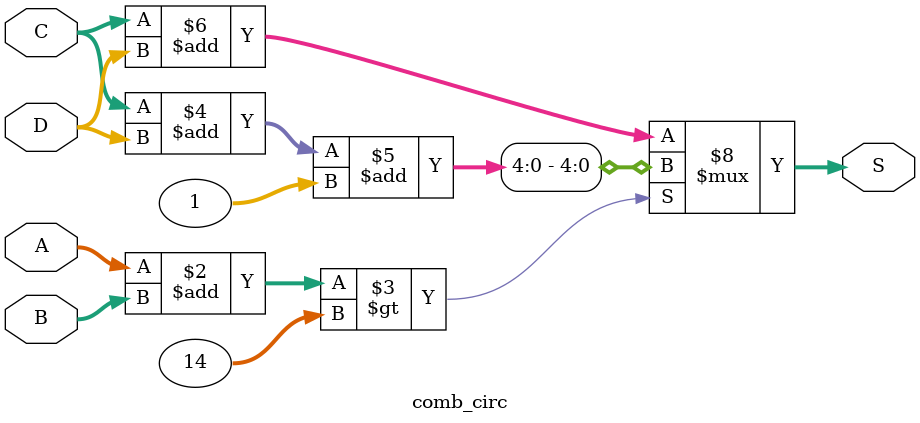
<source format=v>
module comb_circ(S, A, B, C, D);
input [3:0]A, B, C, D;  //input variables
output reg [4:0]S;   //output variable
always @(A, B, C, D)
begin
	if(A+B > 14)    //if A+B > 14 THEN S = C+D+1
		S = C+D+1;
	else  //IF A+B <= 14 THEN S = C+D 
		S = C+D;
end
endmodule

</source>
